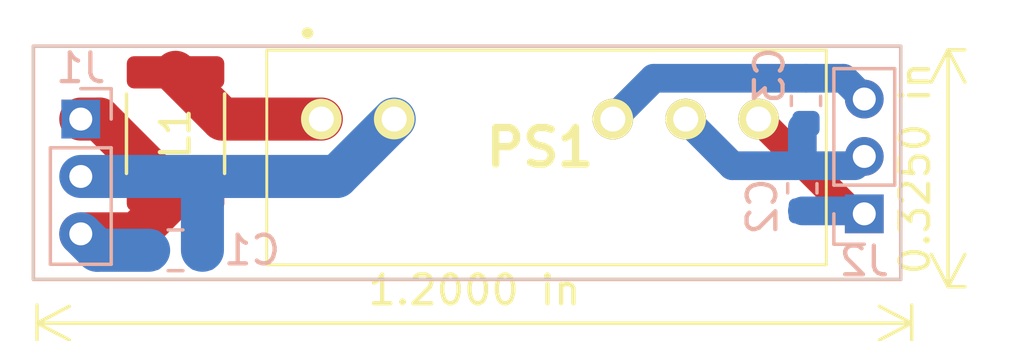
<source format=kicad_pcb>
(kicad_pcb (version 20171130) (host pcbnew "(5.1.6)-1")

  (general
    (thickness 1.6)
    (drawings 15)
    (tracks 28)
    (zones 0)
    (modules 7)
    (nets 7)
  )

  (page A4)
  (layers
    (0 F.Cu signal)
    (31 B.Cu signal)
    (32 B.Adhes user)
    (33 F.Adhes user)
    (34 B.Paste user)
    (35 F.Paste user)
    (36 B.SilkS user)
    (37 F.SilkS user)
    (38 B.Mask user)
    (39 F.Mask user)
    (40 Dwgs.User user)
    (41 Cmts.User user)
    (42 Eco1.User user)
    (43 Eco2.User user)
    (44 Edge.Cuts user)
    (45 Margin user)
    (46 B.CrtYd user)
    (47 F.CrtYd user)
    (48 B.Fab user)
    (49 F.Fab user)
  )

  (setup
    (last_trace_width 0.25)
    (trace_clearance 0.2)
    (zone_clearance 0.508)
    (zone_45_only no)
    (trace_min 0.2)
    (via_size 0.8)
    (via_drill 0.4)
    (via_min_size 0.4)
    (via_min_drill 0.3)
    (uvia_size 0.3)
    (uvia_drill 0.1)
    (uvias_allowed no)
    (uvia_min_size 0.2)
    (uvia_min_drill 0.1)
    (edge_width 0.05)
    (segment_width 0.2)
    (pcb_text_width 0.3)
    (pcb_text_size 1.5 1.5)
    (mod_edge_width 0.12)
    (mod_text_size 1 1)
    (mod_text_width 0.15)
    (pad_size 1.524 1.524)
    (pad_drill 0.762)
    (pad_to_mask_clearance 0.05)
    (aux_axis_origin 0 0)
    (visible_elements FFFDFF7F)
    (pcbplotparams
      (layerselection 0x010fc_ffffffff)
      (usegerberextensions false)
      (usegerberattributes true)
      (usegerberadvancedattributes true)
      (creategerberjobfile true)
      (excludeedgelayer true)
      (linewidth 0.100000)
      (plotframeref false)
      (viasonmask false)
      (mode 1)
      (useauxorigin false)
      (hpglpennumber 1)
      (hpglpenspeed 20)
      (hpglpendiameter 15.000000)
      (psnegative false)
      (psa4output false)
      (plotreference true)
      (plotvalue true)
      (plotinvisibletext false)
      (padsonsilk false)
      (subtractmaskfromsilk false)
      (outputformat 1)
      (mirror false)
      (drillshape 1)
      (scaleselection 1)
      (outputdirectory ""))
  )

  (net 0 "")
  (net 1 "Net-(C1-Pad1)")
  (net 2 "Net-(C1-Pad2)")
  (net 3 "Net-(C2-Pad2)")
  (net 4 "Net-(C2-Pad1)")
  (net 5 "Net-(C3-Pad2)")
  (net 6 "Net-(L1-Pad2)")

  (net_class Default "This is the default net class."
    (clearance 0.2)
    (trace_width 0.25)
    (via_dia 0.8)
    (via_drill 0.4)
    (uvia_dia 0.3)
    (uvia_drill 0.1)
    (add_net "Net-(C1-Pad1)")
    (add_net "Net-(C1-Pad2)")
    (add_net "Net-(C2-Pad1)")
    (add_net "Net-(C2-Pad2)")
    (add_net "Net-(C3-Pad2)")
    (add_net "Net-(L1-Pad2)")
  )

  (module Capacitor_SMD:C_0805_2012Metric (layer B.Cu) (tedit 5B36C52B) (tstamp 5F56F88D)
    (at 130.556 96.52)
    (descr "Capacitor SMD 0805 (2012 Metric), square (rectangular) end terminal, IPC_7351 nominal, (Body size source: https://docs.google.com/spreadsheets/d/1BsfQQcO9C6DZCsRaXUlFlo91Tg2WpOkGARC1WS5S8t0/edit?usp=sharing), generated with kicad-footprint-generator")
    (tags capacitor)
    (path /5F56E487)
    (attr smd)
    (fp_text reference C1 (at 2.667 0) (layer B.SilkS)
      (effects (font (size 1 1) (thickness 0.15)) (justify mirror))
    )
    (fp_text value 4.7uF (at 0 -1.65) (layer B.Fab)
      (effects (font (size 1 1) (thickness 0.15)) (justify mirror))
    )
    (fp_line (start 1.68 -0.95) (end -1.68 -0.95) (layer B.CrtYd) (width 0.05))
    (fp_line (start 1.68 0.95) (end 1.68 -0.95) (layer B.CrtYd) (width 0.05))
    (fp_line (start -1.68 0.95) (end 1.68 0.95) (layer B.CrtYd) (width 0.05))
    (fp_line (start -1.68 -0.95) (end -1.68 0.95) (layer B.CrtYd) (width 0.05))
    (fp_line (start -0.258578 -0.71) (end 0.258578 -0.71) (layer B.SilkS) (width 0.12))
    (fp_line (start -0.258578 0.71) (end 0.258578 0.71) (layer B.SilkS) (width 0.12))
    (fp_line (start 1 -0.6) (end -1 -0.6) (layer B.Fab) (width 0.1))
    (fp_line (start 1 0.6) (end 1 -0.6) (layer B.Fab) (width 0.1))
    (fp_line (start -1 0.6) (end 1 0.6) (layer B.Fab) (width 0.1))
    (fp_line (start -1 -0.6) (end -1 0.6) (layer B.Fab) (width 0.1))
    (fp_text user %R (at 0 0) (layer B.Fab)
      (effects (font (size 0.5 0.5) (thickness 0.08)) (justify mirror))
    )
    (pad 1 smd roundrect (at -0.9375 0) (size 0.975 1.4) (layers B.Cu B.Paste B.Mask) (roundrect_rratio 0.25)
      (net 1 "Net-(C1-Pad1)"))
    (pad 2 smd roundrect (at 0.9375 0) (size 0.975 1.4) (layers B.Cu B.Paste B.Mask) (roundrect_rratio 0.25)
      (net 2 "Net-(C1-Pad2)"))
    (model ${KISYS3DMOD}/Capacitor_SMD.3dshapes/C_0805_2012Metric.wrl
      (at (xyz 0 0 0))
      (scale (xyz 1 1 1))
      (rotate (xyz 0 0 0))
    )
  )

  (module Capacitor_SMD:C_0603_1608Metric (layer B.Cu) (tedit 5B301BBE) (tstamp 5F56F89E)
    (at 152.4 94.361 90)
    (descr "Capacitor SMD 0603 (1608 Metric), square (rectangular) end terminal, IPC_7351 nominal, (Body size source: http://www.tortai-tech.com/upload/download/2011102023233369053.pdf), generated with kicad-footprint-generator")
    (tags capacitor)
    (path /5F571F52)
    (attr smd)
    (fp_text reference C2 (at -0.635 -1.397 90) (layer B.SilkS)
      (effects (font (size 1 1) (thickness 0.15)) (justify mirror))
    )
    (fp_text value 470pF (at 0 -1.43 90) (layer B.Fab)
      (effects (font (size 1 1) (thickness 0.15)) (justify mirror))
    )
    (fp_text user %R (at 0 0 90) (layer B.Fab)
      (effects (font (size 0.4 0.4) (thickness 0.06)) (justify mirror))
    )
    (fp_line (start -0.8 -0.4) (end -0.8 0.4) (layer B.Fab) (width 0.1))
    (fp_line (start -0.8 0.4) (end 0.8 0.4) (layer B.Fab) (width 0.1))
    (fp_line (start 0.8 0.4) (end 0.8 -0.4) (layer B.Fab) (width 0.1))
    (fp_line (start 0.8 -0.4) (end -0.8 -0.4) (layer B.Fab) (width 0.1))
    (fp_line (start -0.162779 0.51) (end 0.162779 0.51) (layer B.SilkS) (width 0.12))
    (fp_line (start -0.162779 -0.51) (end 0.162779 -0.51) (layer B.SilkS) (width 0.12))
    (fp_line (start -1.48 -0.73) (end -1.48 0.73) (layer B.CrtYd) (width 0.05))
    (fp_line (start -1.48 0.73) (end 1.48 0.73) (layer B.CrtYd) (width 0.05))
    (fp_line (start 1.48 0.73) (end 1.48 -0.73) (layer B.CrtYd) (width 0.05))
    (fp_line (start 1.48 -0.73) (end -1.48 -0.73) (layer B.CrtYd) (width 0.05))
    (pad 2 smd roundrect (at 0.7875 0 90) (size 0.875 0.95) (layers B.Cu B.Paste B.Mask) (roundrect_rratio 0.25)
      (net 3 "Net-(C2-Pad2)"))
    (pad 1 smd roundrect (at -0.7875 0 90) (size 0.875 0.95) (layers B.Cu B.Paste B.Mask) (roundrect_rratio 0.25)
      (net 4 "Net-(C2-Pad1)"))
    (model ${KISYS3DMOD}/Capacitor_SMD.3dshapes/C_0603_1608Metric.wrl
      (at (xyz 0 0 0))
      (scale (xyz 1 1 1))
      (rotate (xyz 0 0 0))
    )
  )

  (module Capacitor_SMD:C_0603_1608Metric (layer B.Cu) (tedit 5B301BBE) (tstamp 5F56F8AF)
    (at 152.527 91.313 90)
    (descr "Capacitor SMD 0603 (1608 Metric), square (rectangular) end terminal, IPC_7351 nominal, (Body size source: http://www.tortai-tech.com/upload/download/2011102023233369053.pdf), generated with kicad-footprint-generator")
    (tags capacitor)
    (path /5F5714B6)
    (attr smd)
    (fp_text reference C3 (at 0.889 -1.27 90) (layer B.SilkS)
      (effects (font (size 1 1) (thickness 0.15)) (justify mirror))
    )
    (fp_text value 470pF (at 0 -1.43 90) (layer B.Fab)
      (effects (font (size 1 1) (thickness 0.15)) (justify mirror))
    )
    (fp_line (start 1.48 -0.73) (end -1.48 -0.73) (layer B.CrtYd) (width 0.05))
    (fp_line (start 1.48 0.73) (end 1.48 -0.73) (layer B.CrtYd) (width 0.05))
    (fp_line (start -1.48 0.73) (end 1.48 0.73) (layer B.CrtYd) (width 0.05))
    (fp_line (start -1.48 -0.73) (end -1.48 0.73) (layer B.CrtYd) (width 0.05))
    (fp_line (start -0.162779 -0.51) (end 0.162779 -0.51) (layer B.SilkS) (width 0.12))
    (fp_line (start -0.162779 0.51) (end 0.162779 0.51) (layer B.SilkS) (width 0.12))
    (fp_line (start 0.8 -0.4) (end -0.8 -0.4) (layer B.Fab) (width 0.1))
    (fp_line (start 0.8 0.4) (end 0.8 -0.4) (layer B.Fab) (width 0.1))
    (fp_line (start -0.8 0.4) (end 0.8 0.4) (layer B.Fab) (width 0.1))
    (fp_line (start -0.8 -0.4) (end -0.8 0.4) (layer B.Fab) (width 0.1))
    (fp_text user %R (at 0 0 90) (layer B.Fab)
      (effects (font (size 0.4 0.4) (thickness 0.06)) (justify mirror))
    )
    (pad 1 smd roundrect (at -0.7875 0 90) (size 0.875 0.95) (layers B.Cu B.Paste B.Mask) (roundrect_rratio 0.25)
      (net 3 "Net-(C2-Pad2)"))
    (pad 2 smd roundrect (at 0.7875 0 90) (size 0.875 0.95) (layers B.Cu B.Paste B.Mask) (roundrect_rratio 0.25)
      (net 5 "Net-(C3-Pad2)"))
    (model ${KISYS3DMOD}/Capacitor_SMD.3dshapes/C_0603_1608Metric.wrl
      (at (xyz 0 0 0))
      (scale (xyz 1 1 1))
      (rotate (xyz 0 0 0))
    )
  )

  (module Connector_PinHeader_2.00mm:PinHeader_1x03_P2.00mm_Vertical (layer B.Cu) (tedit 59FED667) (tstamp 5F56F8C6)
    (at 127.254 91.948 180)
    (descr "Through hole straight pin header, 1x03, 2.00mm pitch, single row")
    (tags "Through hole pin header THT 1x03 2.00mm single row")
    (path /5F5792DF)
    (fp_text reference J1 (at 0 1.778) (layer B.SilkS)
      (effects (font (size 1 1) (thickness 0.15)) (justify mirror))
    )
    (fp_text value DSM_IN (at 0 -6.06) (layer B.Fab)
      (effects (font (size 1 1) (thickness 0.15)) (justify mirror))
    )
    (fp_line (start 1.5 1.5) (end -1.5 1.5) (layer B.CrtYd) (width 0.05))
    (fp_line (start 1.5 -5.5) (end 1.5 1.5) (layer B.CrtYd) (width 0.05))
    (fp_line (start -1.5 -5.5) (end 1.5 -5.5) (layer B.CrtYd) (width 0.05))
    (fp_line (start -1.5 1.5) (end -1.5 -5.5) (layer B.CrtYd) (width 0.05))
    (fp_line (start -1.06 1.06) (end 0 1.06) (layer B.SilkS) (width 0.12))
    (fp_line (start -1.06 0) (end -1.06 1.06) (layer B.SilkS) (width 0.12))
    (fp_line (start -1.06 -1) (end 1.06 -1) (layer B.SilkS) (width 0.12))
    (fp_line (start 1.06 -1) (end 1.06 -5.06) (layer B.SilkS) (width 0.12))
    (fp_line (start -1.06 -1) (end -1.06 -5.06) (layer B.SilkS) (width 0.12))
    (fp_line (start -1.06 -5.06) (end 1.06 -5.06) (layer B.SilkS) (width 0.12))
    (fp_line (start -1 0.5) (end -0.5 1) (layer B.Fab) (width 0.1))
    (fp_line (start -1 -5) (end -1 0.5) (layer B.Fab) (width 0.1))
    (fp_line (start 1 -5) (end -1 -5) (layer B.Fab) (width 0.1))
    (fp_line (start 1 1) (end 1 -5) (layer B.Fab) (width 0.1))
    (fp_line (start -0.5 1) (end 1 1) (layer B.Fab) (width 0.1))
    (fp_text user %R (at 0 -2 270) (layer B.Fab)
      (effects (font (size 1 1) (thickness 0.15)) (justify mirror))
    )
    (pad 1 thru_hole rect (at 0 0 180) (size 1.35 1.35) (drill 0.8) (layers *.Cu *.Mask)
      (net 1 "Net-(C1-Pad1)"))
    (pad 2 thru_hole oval (at 0 -2 180) (size 1.35 1.35) (drill 0.8) (layers *.Cu *.Mask)
      (net 2 "Net-(C1-Pad2)"))
    (pad 3 thru_hole oval (at 0 -4 180) (size 1.35 1.35) (drill 0.8) (layers *.Cu *.Mask)
      (net 1 "Net-(C1-Pad1)"))
    (model ${KISYS3DMOD}/Connector_PinHeader_2.00mm.3dshapes/PinHeader_1x03_P2.00mm_Vertical.wrl
      (at (xyz 0 0 0))
      (scale (xyz 1 1 1))
      (rotate (xyz 0 0 0))
    )
  )

  (module Connector_PinHeader_2.00mm:PinHeader_1x03_P2.00mm_Vertical (layer B.Cu) (tedit 59FED667) (tstamp 5F56F8DD)
    (at 154.559 95.25)
    (descr "Through hole straight pin header, 1x03, 2.00mm pitch, single row")
    (tags "Through hole pin header THT 1x03 2.00mm single row")
    (path /5F57AF16)
    (fp_text reference J2 (at 0 1.651) (layer B.SilkS)
      (effects (font (size 1 1) (thickness 0.15)) (justify mirror))
    )
    (fp_text value DSM_OUT (at 0 -6.06) (layer B.Fab)
      (effects (font (size 1 1) (thickness 0.15)) (justify mirror))
    )
    (fp_text user %R (at 0 -2 -90) (layer B.Fab)
      (effects (font (size 1 1) (thickness 0.15)) (justify mirror))
    )
    (fp_line (start -0.5 1) (end 1 1) (layer B.Fab) (width 0.1))
    (fp_line (start 1 1) (end 1 -5) (layer B.Fab) (width 0.1))
    (fp_line (start 1 -5) (end -1 -5) (layer B.Fab) (width 0.1))
    (fp_line (start -1 -5) (end -1 0.5) (layer B.Fab) (width 0.1))
    (fp_line (start -1 0.5) (end -0.5 1) (layer B.Fab) (width 0.1))
    (fp_line (start -1.06 -5.06) (end 1.06 -5.06) (layer B.SilkS) (width 0.12))
    (fp_line (start -1.06 -1) (end -1.06 -5.06) (layer B.SilkS) (width 0.12))
    (fp_line (start 1.06 -1) (end 1.06 -5.06) (layer B.SilkS) (width 0.12))
    (fp_line (start -1.06 -1) (end 1.06 -1) (layer B.SilkS) (width 0.12))
    (fp_line (start -1.06 0) (end -1.06 1.06) (layer B.SilkS) (width 0.12))
    (fp_line (start -1.06 1.06) (end 0 1.06) (layer B.SilkS) (width 0.12))
    (fp_line (start -1.5 1.5) (end -1.5 -5.5) (layer B.CrtYd) (width 0.05))
    (fp_line (start -1.5 -5.5) (end 1.5 -5.5) (layer B.CrtYd) (width 0.05))
    (fp_line (start 1.5 -5.5) (end 1.5 1.5) (layer B.CrtYd) (width 0.05))
    (fp_line (start 1.5 1.5) (end -1.5 1.5) (layer B.CrtYd) (width 0.05))
    (pad 3 thru_hole oval (at 0 -4) (size 1.35 1.35) (drill 0.8) (layers *.Cu *.Mask)
      (net 5 "Net-(C3-Pad2)"))
    (pad 2 thru_hole oval (at 0 -2) (size 1.35 1.35) (drill 0.8) (layers *.Cu *.Mask)
      (net 3 "Net-(C2-Pad2)"))
    (pad 1 thru_hole rect (at 0 0) (size 1.35 1.35) (drill 0.8) (layers *.Cu *.Mask)
      (net 4 "Net-(C2-Pad1)"))
    (model ${KISYS3DMOD}/Connector_PinHeader_2.00mm.3dshapes/PinHeader_1x03_P2.00mm_Vertical.wrl
      (at (xyz 0 0 0))
      (scale (xyz 1 1 1))
      (rotate (xyz 0 0 0))
    )
  )

  (module Inductor_SMD:L_1812_4532Metric (layer F.Cu) (tedit 5B301BBE) (tstamp 5F56F8EE)
    (at 130.556 92.456 90)
    (descr "Inductor SMD 1812 (4532 Metric), square (rectangular) end terminal, IPC_7351 nominal, (Body size source: https://www.nikhef.nl/pub/departments/mt/projects/detectorR_D/dtddice/ERJ2G.pdf), generated with kicad-footprint-generator")
    (tags inductor)
    (path /5F56EAE6)
    (attr smd)
    (fp_text reference L1 (at 0 0 90) (layer F.SilkS)
      (effects (font (size 1 1) (thickness 0.15)))
    )
    (fp_text value 22uH (at 0 2.65 90) (layer F.Fab)
      (effects (font (size 1 1) (thickness 0.15)))
    )
    (fp_line (start 2.95 1.95) (end -2.95 1.95) (layer F.CrtYd) (width 0.05))
    (fp_line (start 2.95 -1.95) (end 2.95 1.95) (layer F.CrtYd) (width 0.05))
    (fp_line (start -2.95 -1.95) (end 2.95 -1.95) (layer F.CrtYd) (width 0.05))
    (fp_line (start -2.95 1.95) (end -2.95 -1.95) (layer F.CrtYd) (width 0.05))
    (fp_line (start -1.386252 1.71) (end 1.386252 1.71) (layer F.SilkS) (width 0.12))
    (fp_line (start -1.386252 -1.71) (end 1.386252 -1.71) (layer F.SilkS) (width 0.12))
    (fp_line (start 2.25 1.6) (end -2.25 1.6) (layer F.Fab) (width 0.1))
    (fp_line (start 2.25 -1.6) (end 2.25 1.6) (layer F.Fab) (width 0.1))
    (fp_line (start -2.25 -1.6) (end 2.25 -1.6) (layer F.Fab) (width 0.1))
    (fp_line (start -2.25 1.6) (end -2.25 -1.6) (layer F.Fab) (width 0.1))
    (fp_text user %R (at 0 0 90) (layer F.Fab)
      (effects (font (size 1 1) (thickness 0.15)))
    )
    (pad 1 smd roundrect (at -2.1375 0 90) (size 1.125 3.4) (layers F.Cu F.Paste F.Mask) (roundrect_rratio 0.222222)
      (net 1 "Net-(C1-Pad1)"))
    (pad 2 smd roundrect (at 2.1375 0 90) (size 1.125 3.4) (layers F.Cu F.Paste F.Mask) (roundrect_rratio 0.222222)
      (net 6 "Net-(L1-Pad2)"))
    (model ${KISYS3DMOD}/Inductor_SMD.3dshapes/L_1812_4532Metric.wrl
      (at (xyz 0 0 0))
      (scale (xyz 1 1 1))
      (rotate (xyz 0 0 0))
    )
  )

  (module R12P22005D:R15P21503D (layer F.Cu) (tedit 5F54FF99) (tstamp 5F56F907)
    (at 135.636 91.948)
    (descr RxxP2xxyy)
    (tags "Power Supply")
    (path /5F56B302)
    (fp_text reference PS1 (at 7.62 0.99) (layer F.SilkS)
      (effects (font (size 1.27 1.27) (thickness 0.254)))
    )
    (fp_text value R12P22005D (at 7.62 0.99) (layer F.SilkS) hide
      (effects (font (size 1.27 1.27) (thickness 0.254)))
    )
    (fp_line (start -1.9 -2.4) (end 17.6 -2.4) (layer Dwgs.User) (width 0.2))
    (fp_line (start 17.6 -2.4) (end 17.6 5.08) (layer Dwgs.User) (width 0.2))
    (fp_line (start 17.6 5.08) (end -1.9 5.08) (layer Dwgs.User) (width 0.2))
    (fp_line (start -1.9 5.08) (end -1.9 -2.4) (layer Dwgs.User) (width 0.2))
    (fp_line (start -1.9 -2.4) (end 17.6 -2.4) (layer F.SilkS) (width 0.1))
    (fp_line (start 17.6 -2.4) (end 17.6 5.08) (layer F.SilkS) (width 0.1))
    (fp_line (start 17.6 5.08) (end -1.9 5.08) (layer F.SilkS) (width 0.1))
    (fp_line (start -1.9 5.08) (end -1.9 -2.4) (layer F.SilkS) (width 0.1))
    (fp_line (start -3.13 -4.1) (end 18.37 -4.1) (layer Dwgs.User) (width 0.1))
    (fp_line (start 18.37 -4.1) (end 18.37 6.08) (layer Dwgs.User) (width 0.1))
    (fp_line (start 18.37 6.08) (end -3.13 6.08) (layer Dwgs.User) (width 0.1))
    (fp_line (start -3.13 6.08) (end -3.13 -4.1) (layer Dwgs.User) (width 0.1))
    (fp_line (start -0.38 -3) (end -0.38 -3) (layer F.SilkS) (width 0.2))
    (fp_line (start -0.58 -3) (end -0.58 -3) (layer F.SilkS) (width 0.2))
    (fp_arc (start -0.48 -3) (end -0.38 -3) (angle -180) (layer F.SilkS) (width 0.2))
    (fp_arc (start -0.48 -3) (end -0.58 -3) (angle -180) (layer F.SilkS) (width 0.2))
    (pad 1 thru_hole circle (at 0 0 90) (size 1.414 1.414) (drill 0.87) (layers *.Cu *.Mask F.SilkS)
      (net 6 "Net-(L1-Pad2)"))
    (pad 2 thru_hole circle (at 2.54 0 90) (size 1.414 1.414) (drill 0.87) (layers *.Cu *.Mask F.SilkS)
      (net 2 "Net-(C1-Pad2)"))
    (pad 5 thru_hole circle (at 10.16 0 90) (size 1.414 1.414) (drill 0.87) (layers *.Cu *.Mask F.SilkS)
      (net 5 "Net-(C3-Pad2)"))
    (pad 6 thru_hole circle (at 12.7 0 90) (size 1.414 1.414) (drill 0.87) (layers *.Cu *.Mask F.SilkS)
      (net 3 "Net-(C2-Pad2)"))
    (pad 7 thru_hole circle (at 15.24 0 90) (size 1.414 1.414) (drill 0.87) (layers *.Cu *.Mask F.SilkS)
      (net 4 "Net-(C2-Pad1)"))
    (model "C:/Users/xoonz/OneDrive - Universitetet i Agder/Align/ECAD/Folders/LIB_R12P22005D/R12P22005D/3D/R12P22005D.stp"
      (at (xyz 0 0 0))
      (scale (xyz 1 1 1))
      (rotate (xyz 0 0 0))
    )
  )

  (dimension 8.255 (width 0.12) (layer F.SilkS)
    (gr_text "8,255 mm" (at 158.75 93.6625 90) (layer F.SilkS)
      (effects (font (size 1 1) (thickness 0.15)))
    )
    (feature1 (pts (xy 157.48 89.535) (xy 158.066421 89.535)))
    (feature2 (pts (xy 157.48 97.79) (xy 158.066421 97.79)))
    (crossbar (pts (xy 157.48 97.79) (xy 157.48 89.535)))
    (arrow1a (pts (xy 157.48 89.535) (xy 158.066421 90.661504)))
    (arrow1b (pts (xy 157.48 89.535) (xy 156.893579 90.661504)))
    (arrow2a (pts (xy 157.48 97.79) (xy 158.066421 96.663496)))
    (arrow2b (pts (xy 157.48 97.79) (xy 156.893579 96.663496)))
  )
  (dimension 30.48 (width 0.12) (layer F.SilkS)
    (gr_text "30,480 mm" (at 140.97 100.33) (layer F.SilkS)
      (effects (font (size 1 1) (thickness 0.15)))
    )
    (feature1 (pts (xy 156.21 98.425) (xy 156.21 99.646421)))
    (feature2 (pts (xy 125.73 98.425) (xy 125.73 99.646421)))
    (crossbar (pts (xy 125.73 99.06) (xy 156.21 99.06)))
    (arrow1a (pts (xy 156.21 99.06) (xy 155.083496 99.646421)))
    (arrow1b (pts (xy 156.21 99.06) (xy 155.083496 98.473579)))
    (arrow2a (pts (xy 125.73 99.06) (xy 126.856504 99.646421)))
    (arrow2b (pts (xy 125.73 99.06) (xy 126.856504 98.473579)))
  )
  (gr_line (start 125.603 89.408) (end 155.829 89.408) (layer B.SilkS) (width 0.12) (tstamp 5F570531))
  (gr_line (start 125.603 97.536) (end 125.603 89.408) (layer B.SilkS) (width 0.12))
  (gr_line (start 155.829 97.536) (end 125.603 97.536) (layer B.SilkS) (width 0.12))
  (gr_line (start 155.829 89.408) (end 155.829 97.536) (layer B.SilkS) (width 0.12))
  (gr_line (start 125.603 97.536) (end 125.603 89.408) (layer F.SilkS) (width 0.12) (tstamp 5F57052C))
  (gr_line (start 155.829 97.536) (end 125.603 97.536) (layer F.SilkS) (width 0.12))
  (gr_line (start 155.829 89.408) (end 155.829 97.536) (layer F.SilkS) (width 0.12))
  (gr_line (start 125.603 89.408) (end 155.829 89.408) (layer F.SilkS) (width 0.12))
  (gr_line (start 155.829 89.408) (end 155.829 89.408) (layer Edge.Cuts) (width 0.05) (tstamp 5F570453))
  (gr_line (start 155.829 97.536) (end 155.829 89.408) (layer Edge.Cuts) (width 0.05))
  (gr_line (start 125.603 97.536) (end 155.829 97.536) (layer Edge.Cuts) (width 0.05))
  (gr_line (start 125.603 89.408) (end 125.603 97.536) (layer Edge.Cuts) (width 0.05))
  (gr_line (start 155.829 89.408) (end 125.603 89.408) (layer Edge.Cuts) (width 0.05))

  (segment (start 127.9105 91.948) (end 130.556 94.5935) (width 1.5) (layer F.Cu) (net 1))
  (segment (start 127.254 91.948) (end 127.9105 91.948) (width 1.5) (layer F.Cu) (net 1))
  (segment (start 127.826 96.52) (end 127.254 95.948) (width 1.5) (layer B.Cu) (net 1))
  (segment (start 129.6185 96.52) (end 127.826 96.52) (width 1.5) (layer B.Cu) (net 1))
  (segment (start 129.2015 95.948) (end 130.556 94.5935) (width 1.5) (layer F.Cu) (net 1))
  (segment (start 127.254 95.948) (end 129.2015 95.948) (width 1.5) (layer F.Cu) (net 1))
  (segment (start 127.254 94.1555) (end 127.254 93.948) (width 0.25) (layer F.Cu) (net 2))
  (segment (start 138.176 91.948) (end 136.176 93.948) (width 1.5) (layer B.Cu) (net 2))
  (segment (start 131.4935 96.52) (end 131.4935 93.9645) (width 1.5) (layer B.Cu) (net 2))
  (segment (start 136.176 93.948) (end 131.477 93.948) (width 1.5) (layer B.Cu) (net 2))
  (segment (start 131.4935 93.9645) (end 131.477 93.948) (width 0.25) (layer B.Cu) (net 2))
  (segment (start 131.477 93.948) (end 127.254 93.948) (width 1.5) (layer B.Cu) (net 2))
  (segment (start 152.4 92.2275) (end 152.527 92.1005) (width 0.25) (layer B.Cu) (net 3))
  (segment (start 152.4 93.5735) (end 152.4 92.2275) (width 1) (layer B.Cu) (net 3))
  (segment (start 149.9615 93.5735) (end 148.336 91.948) (width 1) (layer B.Cu) (net 3))
  (segment (start 152.4 93.5735) (end 149.9615 93.5735) (width 1) (layer B.Cu) (net 3))
  (segment (start 154.2355 93.5735) (end 154.559 93.25) (width 0.25) (layer B.Cu) (net 3))
  (segment (start 152.4 93.5735) (end 154.2355 93.5735) (width 1) (layer B.Cu) (net 3))
  (segment (start 154.4575 95.1485) (end 154.559 95.25) (width 0.25) (layer B.Cu) (net 4))
  (segment (start 152.4 95.1485) (end 154.4575 95.1485) (width 1) (layer B.Cu) (net 4))
  (segment (start 154.178 95.25) (end 150.876 91.948) (width 1) (layer F.Cu) (net 4))
  (segment (start 154.559 95.25) (end 154.178 95.25) (width 1) (layer F.Cu) (net 4))
  (segment (start 153.8345 90.5255) (end 154.559 91.25) (width 1) (layer B.Cu) (net 5))
  (segment (start 152.527 90.5255) (end 153.8345 90.5255) (width 1) (layer B.Cu) (net 5))
  (segment (start 147.2185 90.5255) (end 152.527 90.5255) (width 1) (layer B.Cu) (net 5))
  (segment (start 145.796 91.948) (end 147.2185 90.5255) (width 1) (layer B.Cu) (net 5))
  (segment (start 132.1855 91.948) (end 130.556 90.3185) (width 1.5) (layer F.Cu) (net 6))
  (segment (start 135.636 91.948) (end 132.1855 91.948) (width 1.5) (layer F.Cu) (net 6))

)

</source>
